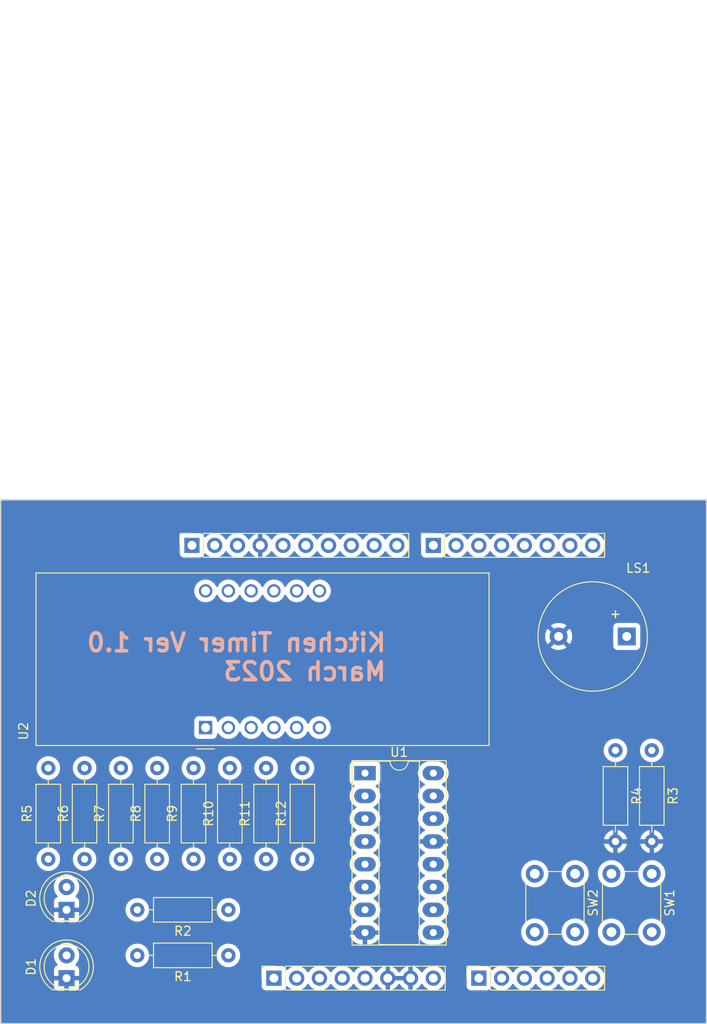
<source format=kicad_pcb>
(kicad_pcb (version 20221018) (generator pcbnew)
  (title_block (date "mar. 31 mars 2015"))
  (layers (0 "F.Cu" signal) (31 "B.Cu" power) (34 "B.Paste" user) (35 "F.Paste" user) (36 "B.SilkS" user "B.Silkscreen") (37 "F.SilkS" user "F.Silkscreen") (38 "B.Mask" user) (39 "F.Mask" user) (44 "Edge.Cuts" user))
  (net 0 "")
  (net 1 "GND")
  (net 3 "+5V")
  (net 4 "/IOREF")
  (net 5 "/A0")
  (net 6 "/A1")
  (net 7 "/A2")
  (net 8 "/A3")
  (net 9 "/SDA{slash}A4")
  (net 10 "/SCL{slash}A5")
  (net 14 "Dig 1")
  (net 15 "Dig 2")
  (net 16 "Dig 3")
  (net 17 "Dig 4")
  (net 18 "DS")
  (net 19 "ST_CP")
  (net 20 "SH_CP")
  (net 21 "/TX{slash}1")
  (net 22 "Buzzer")
  (net 23 "/RX{slash}0")
  (net 24 "+3V3")
  (net 25 "VCC")
  (net 26 "/~{RESET}")
  (net 27 "Net-(D1-A)")
  (net 28 "Net-(D2-A)")
  (net 29 "RED_LED")
  (net 30 "GREEB_LED")
  (net 31 "Button_1")
  (net 32 "Button_2")
  (net 33 "a")
  (net 34 "Net-(U2-a)")
  (net 35 "b")
  (net 36 "Net-(U2-b)")
  (net 37 "c")
  (net 38 "Net-(U2-c)")
  (net 39 "d")
  (net 40 "Net-(U2-d)")
  (net 41 "e")
  (net 42 "Net-(U2-e)")
  (net 43 "f")
  (net 44 "Net-(U2-f)")
  (net 45 "g")
  (net 46 "Net-(U2-g)")
  (net 47 "dp")
  (net 48 "Net-(U2-DPX)")
  (footprint "Connector_PinSocket_2.54mm:PinSocket_1x08_P2.54mm_Vertical" (layer "F.Cu") (at 127.94 97.46 90)
    (fp_text reference "J1" hide)
    (fp_text value "Power")
    (fp_line (start -1.33 1.27) (end -1.33 19.11) (stroke (width 0.12)) (layer "F.SilkS"))
    (fp_line (start -1.33 1.27) (end 1.33 1.27) (stroke (width 0.12)) (layer "F.SilkS"))
    (fp_line (start -1.33 19.11) (end 1.33 19.11) (stroke (width 0.12)) (layer "F.SilkS"))
    (fp_line (start 0 -1.33) (end 1.33 -1.33) (stroke (width 0.12)) (layer "F.SilkS"))
    (fp_line (start 1.33 -1.33) (end 1.33 0) (stroke (width 0.12)) (layer "F.SilkS"))
    (fp_line (start 1.33 1.27) (end 1.33 19.11) (stroke (width 0.12)) (layer "F.SilkS"))
    (pad "1" thru_hole rect locked (at 0 0 90) (size 1.7 1.7) (drill 1) (layers "*.Cu" "*.Mask"))
    (pad "2" thru_hole oval locked (at 0 2.54 90) (size 1.7 1.7) (drill 1) (layers "*.Cu" "*.Mask") (net 4 "/IOREF"))
    (pad "3" thru_hole oval locked (at 0 5.08 90) (size 1.7 1.7) (drill 1) (layers "*.Cu" "*.Mask") (net 26 "/~{RESET}"))
    (pad "4" thru_hole oval locked (at 0 7.62 90) (size 1.7 1.7) (drill 1) (layers "*.Cu" "*.Mask") (net 24 "+3V3"))
    (pad "5" thru_hole oval locked (at 0 10.16 90) (size 1.7 1.7) (drill 1) (layers "*.Cu" "*.Mask") (net 3 "+5V"))
    (pad "6" thru_hole oval locked (at 0 12.7 90) (size 1.7 1.7) (drill 1) (layers "*.Cu" "*.Mask") (net 1 "GND"))
    (pad "7" thru_hole oval locked (at 0 15.24 90) (size 1.7 1.7) (drill 1) (layers "*.Cu" "*.Mask") (net 1 "GND"))
    (pad "8" thru_hole oval locked (at 0 17.78 90) (size 1.7 1.7) (drill 1) (layers "*.Cu" "*.Mask") (net 25 "VCC"))
  )
  (footprint "Connector_PinSocket_2.54mm:PinSocket_1x06_P2.54mm_Vertical" (layer "F.Cu") (at 150.8 97.46 90)
    (fp_text reference "J3" hide)
    (fp_text value "Analog")
    (fp_line (start -1.33 1.27) (end -1.33 14.03) (stroke (width 0.12)) (layer "F.SilkS"))
    (fp_line (start -1.33 1.27) (end 1.33 1.27) (stroke (width 0.12)) (layer "F.SilkS"))
    (fp_line (start -1.33 14.03) (end 1.33 14.03) (stroke (width 0.12)) (layer "F.SilkS"))
    (fp_line (start 0 -1.33) (end 1.33 -1.33) (stroke (width 0.12)) (layer "F.SilkS"))
    (fp_line (start 1.33 -1.33) (end 1.33 0) (stroke (width 0.12)) (layer "F.SilkS"))
    (fp_line (start 1.33 1.27) (end 1.33 14.03) (stroke (width 0.12)) (layer "F.SilkS"))
    (pad "1" thru_hole rect locked (at 0 0 90) (size 1.7 1.7) (drill 1) (layers "*.Cu" "*.Mask") (net 5 "/A0"))
    (pad "2" thru_hole oval locked (at 0 2.54 90) (size 1.7 1.7) (drill 1) (layers "*.Cu" "*.Mask") (net 6 "/A1"))
    (pad "3" thru_hole oval locked (at 0 5.08 90) (size 1.7 1.7) (drill 1) (layers "*.Cu" "*.Mask") (net 7 "/A2"))
    (pad "4" thru_hole oval locked (at 0 7.62 90) (size 1.7 1.7) (drill 1) (layers "*.Cu" "*.Mask") (net 8 "/A3"))
    (pad "5" thru_hole oval locked (at 0 10.16 90) (size 1.7 1.7) (drill 1) (layers "*.Cu" "*.Mask") (net 9 "/SDA{slash}A4"))
    (pad "6" thru_hole oval locked (at 0 12.7 90) (size 1.7 1.7) (drill 1) (layers "*.Cu" "*.Mask") (net 10 "/SCL{slash}A5"))
  )
  (footprint "Connector_PinSocket_2.54mm:PinSocket_1x10_P2.54mm_Vertical" (layer "F.Cu") (at 118.796 49.2 90)
    (fp_text reference "J2" hide)
    (fp_text value "Digital/PWM")
    (fp_line (start -1.33 1.27) (end -1.33 24.19) (stroke (width 0.12)) (layer "F.SilkS"))
    (fp_line (start -1.33 1.27) (end 1.33 1.27) (stroke (width 0.12)) (layer "F.SilkS"))
    (fp_line (start -1.33 24.19) (end 1.33 24.19) (stroke (width 0.12)) (layer "F.SilkS"))
    (fp_line (start 0 -1.33) (end 1.33 -1.33) (stroke (width 0.12)) (layer "F.SilkS"))
    (fp_line (start 1.33 -1.33) (end 1.33 0) (stroke (width 0.12)) (layer "F.SilkS"))
    (fp_line (start 1.33 1.27) (end 1.33 24.19) (stroke (width 0.12)) (layer "F.SilkS"))
    (pad "1" thru_hole rect locked (at 0 0 90) (size 1.7 1.7) (drill 1) (layers "*.Cu" "*.Mask"))
    (pad "2" thru_hole oval locked (at 0 2.54 90) (size 1.7 1.7) (drill 1) (layers "*.Cu" "*.Mask"))
    (pad "3" thru_hole oval locked (at 0 5.08 90) (size 1.7 1.7) (drill 1) (layers "*.Cu" "*.Mask"))
    (pad "4" thru_hole oval locked (at 0 7.62 90) (size 1.7 1.7) (drill 1) (layers "*.Cu" "*.Mask") (net 1 "GND"))
    (pad "5" thru_hole oval locked (at 0 10.16 90) (size 1.7 1.7) (drill 1) (layers "*.Cu" "*.Mask") (net 14 "Dig 1"))
    (pad "6" thru_hole oval locked (at 0 12.7 90) (size 1.7 1.7) (drill 1) (layers "*.Cu" "*.Mask") (net 15 "Dig 2"))
    (pad "7" thru_hole oval locked (at 0 15.24 90) (size 1.7 1.7) (drill 1) (layers "*.Cu" "*.Mask") (net 16 "Dig 3"))
    (pad "8" thru_hole oval locked (at 0 17.78 90) (size 1.7 1.7) (drill 1) (layers "*.Cu" "*.Mask") (net 17 "Dig 4"))
    (pad "9" thru_hole oval locked (at 0 20.32 90) (size 1.7 1.7) (drill 1) (layers "*.Cu" "*.Mask") (net 18 "DS"))
    (pad "10" thru_hole oval locked (at 0 22.86 90) (size 1.7 1.7) (drill 1) (layers "*.Cu" "*.Mask") (net 19 "ST_CP"))
  )
  (footprint "Connector_PinSocket_2.54mm:PinSocket_1x08_P2.54mm_Vertical" (layer "F.Cu") (at 145.72 49.2 90)
    (fp_text reference "J4" hide)
    (fp_text value "Digital/PWM")
    (fp_line (start -1.33 1.27) (end -1.33 19.11) (stroke (width 0.12)) (layer "F.SilkS"))
    (fp_line (start -1.33 1.27) (end 1.33 1.27) (stroke (width 0.12)) (layer "F.SilkS"))
    (fp_line (start -1.33 19.11) (end 1.33 19.11) (stroke (width 0.12)) (layer "F.SilkS"))
    (fp_line (start 0 -1.33) (end 1.33 -1.33) (stroke (width 0.12)) (layer "F.SilkS"))
    (fp_line (start 1.33 -1.33) (end 1.33 0) (stroke (width 0.12)) (layer "F.SilkS"))
    (fp_line (start 1.33 1.27) (end 1.33 19.11) (stroke (width 0.12)) (layer "F.SilkS"))
    (pad "1" thru_hole rect locked (at 0 0 90) (size 1.7 1.7) (drill 1) (layers "*.Cu" "*.Mask") (net 20 "SH_CP"))
    (pad "2" thru_hole oval locked (at 0 2.54 90) (size 1.7 1.7) (drill 1) (layers "*.Cu" "*.Mask") (net 22 "Buzzer"))
    (pad "3" thru_hole oval locked (at 0 5.08 90) (size 1.7 1.7) (drill 1) (layers "*.Cu" "*.Mask") (net 29 "RED_LED"))
    (pad "4" thru_hole oval locked (at 0 7.62 90) (size 1.7 1.7) (drill 1) (layers "*.Cu" "*.Mask") (net 30 "GREEB_LED"))
    (pad "5" thru_hole oval locked (at 0 10.16 90) (size 1.7 1.7) (drill 1) (layers "*.Cu" "*.Mask") (net 31 "Button_1"))
    (pad "6" thru_hole oval locked (at 0 12.7 90) (size 1.7 1.7) (drill 1) (layers "*.Cu" "*.Mask") (net 32 "Button_2"))
    (pad "7" thru_hole oval locked (at 0 15.24 90) (size 1.7 1.7) (drill 1) (layers "*.Cu" "*.Mask") (net 21 "/TX{slash}1"))
    (pad "8" thru_hole oval locked (at 0 17.78 90) (size 1.7 1.7) (drill 1) (layers "*.Cu" "*.Mask") (net 23 "/RX{slash}0"))
  )
  (footprint "Resistor_THT:R_Axial_DIN0207_L6.3mm_D2.5mm_P10.16mm_Horizontal" (layer "F.Cu") (at 131.12 84.19 90)
    (fp_text reference "R12" (at 5.08 -2.37 90) (layer "F.SilkS"))
    (fp_text value "100")
    (fp_line (start 1.04 0) (end 1.81 0) (stroke (width 0.12)) (layer "F.SilkS"))
    (fp_line (start 1.81 -1.37) (end 1.81 1.37) (stroke (width 0.12)) (layer "F.SilkS"))
    (fp_line (start 1.81 1.37) (end 8.35 1.37) (stroke (width 0.12)) (layer "F.SilkS"))
    (fp_line (start 8.35 -1.37) (end 1.81 -1.37) (stroke (width 0.12)) (layer "F.SilkS"))
    (fp_line (start 8.35 1.37) (end 8.35 -1.37) (stroke (width 0.12)) (layer "F.SilkS"))
    (fp_line (start 9.12 0) (end 8.35 0) (stroke (width 0.12)) (layer "F.SilkS"))
    (pad "1" thru_hole circle (at 0 0 90) (size 1.6 1.6) (drill 0.8) (layers "*.Cu" "*.Mask") (net 47 "dp"))
    (pad "2" thru_hole oval (at 10.16 0 90) (size 1.6 1.6) (drill 0.8) (layers "*.Cu" "*.Mask") (net 48 "Net-(U2-DPX)"))
  )
  (footprint "LED_THT:LED_D5.0mm" (layer "F.Cu") (at 104.81 97.46 90)
    (fp_text reference "D1" (at 1.27 -3.96 90) (layer "F.SilkS"))
    (fp_text value "LED")
    (fp_line (start -1.29 -1.545) (end -1.29 1.545) (stroke (width 0.12)) (layer "F.SilkS"))
    (fp_arc (start -1.29 -1.54483) (mid 2.072002 -2.880433) (end 4.26 0.000462) (stroke (width 0.12)) (layer "F.SilkS"))
    (fp_arc (start 4.26 -0.000462) (mid 2.072002 2.880433) (end -1.29 1.54483) (stroke (width 0.12)) (layer "F.SilkS"))
    (fp_circle (center 1.27 0) (end 3.77 0) (stroke (width 0.12)) (fill none) (layer "F.SilkS"))
    (pad "1" thru_hole rect (at 0 0 90) (size 1.8 1.8) (drill 0.9) (layers "*.Cu" "*.Mask") (net 1 "GND"))
    (pad "2" thru_hole circle (at 2.54 0 90) (size 1.8 1.8) (drill 0.9) (layers "*.Cu" "*.Mask") (net 27 "Net-(D1-A)"))
  )
  (footprint "Resistor_THT:R_Axial_DIN0207_L6.3mm_D2.5mm_P10.16mm_Horizontal" (layer "F.Cu") (at 127.07 84.19 90)
    (fp_text reference "R11" (at 5.08 -2.37 90) (layer "F.SilkS"))
    (fp_text value "100")
    (fp_line (start 1.04 0) (end 1.81 0) (stroke (width 0.12)) (layer "F.SilkS"))
    (fp_line (start 1.81 -1.37) (end 1.81 1.37) (stroke (width 0.12)) (layer "F.SilkS"))
    (fp_line (start 1.81 1.37) (end 8.35 1.37) (stroke (width 0.12)) (layer "F.SilkS"))
    (fp_line (start 8.35 -1.37) (end 1.81 -1.37) (stroke (width 0.12)) (layer "F.SilkS"))
    (fp_line (start 8.35 1.37) (end 8.35 -1.37) (stroke (width 0.12)) (layer "F.SilkS"))
    (fp_line (start 9.12 0) (end 8.35 0) (stroke (width 0.12)) (layer "F.SilkS"))
    (pad "1" thru_hole circle (at 0 0 90) (size 1.6 1.6) (drill 0.8) (layers "*.Cu" "*.Mask") (net 45 "g"))
    (pad "2" thru_hole oval (at 10.16 0 90) (size 1.6 1.6) (drill 0.8) (layers "*.Cu" "*.Mask") (net 46 "Net-(U2-g)"))
  )
  (footprint "Resistor_THT:R_Axial_DIN0207_L6.3mm_D2.5mm_P10.16mm_Horizontal" (layer "F.Cu") (at 118.97 84.19 90)
    (fp_text reference "R9" (at 5.08 -2.37 90) (layer "F.SilkS"))
    (fp_text value "100")
    (fp_line (start 1.04 0) (end 1.81 0) (stroke (width 0.12)) (layer "F.SilkS"))
    (fp_line (start 1.81 -1.37) (end 1.81 1.37) (stroke (width 0.12)) (layer "F.SilkS"))
    (fp_line (start 1.81 1.37) (end 8.35 1.37) (stroke (width 0.12)) (layer "F.SilkS"))
    (fp_line (start 8.35 -1.37) (end 1.81 -1.37) (stroke (width 0.12)) (layer "F.SilkS"))
    (fp_line (start 8.35 1.37) (end 8.35 -1.37) (stroke (width 0.12)) (layer "F.SilkS"))
    (fp_line (start 9.12 0) (end 8.35 0) (stroke (width 0.12)) (layer "F.SilkS"))
    (pad "1" thru_hole circle (at 0 0 90) (size 1.6 1.6) (drill 0.8) (layers "*.Cu" "*.Mask") (net 41 "e"))
    (pad "2" thru_hole oval (at 10.16 0 90) (size 1.6 1.6) (drill 0.8) (layers "*.Cu" "*.Mask") (net 42 "Net-(U2-e)"))
  )
  (footprint "Resistor_THT:R_Axial_DIN0207_L6.3mm_D2.5mm_P10.16mm_Horizontal" (layer "F.Cu") (at 106.82 84.19 90)
    (fp_text reference "R6" (at 5.08 -2.37 90) (layer "F.SilkS"))
    (fp_text value "100")
    (fp_line (start 1.04 0) (end 1.81 0) (stroke (width 0.12)) (layer "F.SilkS"))
    (fp_line (start 1.81 -1.37) (end 1.81 1.37) (stroke (width 0.12)) (layer "F.SilkS"))
    (fp_line (start 1.81 1.37) (end 8.35 1.37) (stroke (width 0.12)) (layer "F.SilkS"))
    (fp_line (start 8.35 -1.37) (end 1.81 -1.37) (stroke (width 0.12)) (layer "F.SilkS"))
    (fp_line (start 8.35 1.37) (end 8.35 -1.37) (stroke (width 0.12)) (layer "F.SilkS"))
    (fp_line (start 9.12 0) (end 8.35 0) (stroke (width 0.12)) (layer "F.SilkS"))
    (pad "1" thru_hole circle (at 0 0 90) (size 1.6 1.6) (drill 0.8) (layers "*.Cu" "*.Mask") (net 35 "b"))
    (pad "2" thru_hole oval (at 10.16 0 90) (size 1.6 1.6) (drill 0.8) (layers "*.Cu" "*.Mask") (net 36 "Net-(U2-b)"))
  )
  (footprint "Button_Switch_THT:SW_PUSH_6mm_H5mm" (layer "F.Cu") (at 170.09 85.82 -90)
    (fp_text reference "SW1" (at 3.25 -2 90) (layer "F.SilkS"))
    (fp_text value "SW_Push")
    (fp_line (start -0.25 1.5) (end -0.25 3) (stroke (width 0.12)) (layer "F.SilkS"))
    (fp_line (start 1 5.5) (end 5.5 5.5) (stroke (width 0.12)) (layer "F.SilkS"))
    (fp_line (start 5.5 -1) (end 1 -1) (stroke (width 0.12)) (layer "F.SilkS"))
    (fp_line (start 6.75 3) (end 6.75 1.5) (stroke (width 0.12)) (layer "F.SilkS"))
    (pad "1" thru_hole circle (at 0 0) (size 2 2) (drill 1.1) (layers "*.Cu" "*.Mask") (net 3 "+5V"))
    (pad "1" thru_hole circle (at 6.5 0) (size 2 2) (drill 1.1) (layers "*.Cu" "*.Mask") (net 3 "+5V"))
    (pad "2" thru_hole circle (at 0 4.5) (size 2 2) (drill 1.1) (layers "*.Cu" "*.Mask") (net 31 "Button_1"))
    (pad "2" thru_hole circle (at 6.5 4.5) (size 2 2) (drill 1.1) (layers "*.Cu" "*.Mask") (net 31 "Button_1"))
  )
  (footprint "Display_7Segment:CA56-12EWA" (layer "F.Cu") (at 120.32 69.52 90)
    (fp_text reference "U2" (at -0.4 -20.31 90) (layer "F.SilkS"))
    (fp_text value "CA56-12EWA")
    (fp_line (start -2.38 -1) (end -2.38 1) (stroke (width 0.12)) (layer "F.SilkS"))
    (fp_line (start -2 -18.92) (end -2 31.62) (stroke (width 0.12)) (layer "F.SilkS"))
    (fp_line (start -2 -18.92) (end 17.24 -18.92) (stroke (width 0.12)) (layer "F.SilkS"))
    (fp_line (start -2 31.62) (end 17.24 31.62) (stroke (width 0.12)) (layer "F.SilkS"))
    (fp_line (start 17.24 31.62) (end 17.24 -18.92) (stroke (width 0.12)) (layer "F.SilkS"))
    (pad "1" thru_hole rect (at 0 0 90) (size 1.5 1.5) (drill 1) (layers "*.Cu" "*.Mask") (net 42 "Net-(U2-e)"))
    (pad "2" thru_hole circle (at 0 2.54 90) (size 1.5 1.5) (drill 1) (layers "*.Cu" "*.Mask") (net 40 "Net-(U2-d)"))
    (pad "3" thru_hole circle (at 0 5.08 90) (size 1.5 1.5) (drill 1) (layers "*.Cu" "*.Mask") (net 48 "Net-(U2-DPX)"))
    (pad "4" thru_hole circle (at 0 7.62 90) (size 1.5 1.5) (drill 1) (layers "*.Cu" "*.Mask") (net 38 "Net-(U2-c)"))
    (pad "5" thru_hole circle (at 0 10.16 90) (size 1.5 1.5) (drill 1) (layers "*.Cu" "*.Mask") (net 46 "Net-(U2-g)"))
    (pad "6" thru_hole circle (at 0 12.7 90) (size 1.5 1.5) (drill 1) (layers "*.Cu" "*.Mask") (net 17 "Dig 4"))
    (pad "7" thru_hole circle (at 15.24 12.7 90) (size 1.5 1.5) (drill 1) (layers "*.Cu" "*.Mask") (net 36 "Net-(U2-b)"))
    (pad "8" thru_hole circle (at 15.24 10.16 90) (size 1.5 1.5) (drill 1) (layers "*.Cu" "*.Mask") (net 16 "Dig 3"))
    (pad "9" thru_hole circle (at 15.24 7.62 90) (size 1.5 1.5) (drill 1) (layers "*.Cu" "*.Mask") (net 15 "Dig 2"))
    (pad "10" thru_hole circle (at 15.24 5.08 90) (size 1.5 1.5) (drill 1) (layers "*.Cu" "*.Mask") (net 44 "Net-(U2-f)"))
    (pad "11" thru_hole circle (at 15.24 2.54 90) (size 1.5 1.5) (drill 1) (layers "*.Cu" "*.Mask") (net 34 "Net-(U2-a)"))
    (pad "12" thru_hole circle (at 15.24 0 90) (size 1.5 1.5) (drill 1) (layers "*.Cu" "*.Mask") (net 14 "Dig 1"))
  )
  (footprint "Resistor_THT:R_Axial_DIN0207_L6.3mm_D2.5mm_P10.16mm_Horizontal" (layer "F.Cu") (at 110.87 84.19 90)
    (fp_text reference "R7" (at 5.08 -2.37 90) (layer "F.SilkS"))
    (fp_text value "100")
    (fp_line (start 1.04 0) (end 1.81 0) (stroke (width 0.12)) (layer "F.SilkS"))
    (fp_line (start 1.81 -1.37) (end 1.81 1.37) (stroke (width 0.12)) (layer "F.SilkS"))
    (fp_line (start 1.81 1.37) (end 8.35 1.37) (stroke (width 0.12)) (layer "F.SilkS"))
    (fp_line (start 8.35 -1.37) (end 1.81 -1.37) (stroke (width 0.12)) (layer "F.SilkS"))
    (fp_line (start 8.35 1.37) (end 8.35 -1.37) (stroke (width 0.12)) (layer "F.SilkS"))
    (fp_line (start 9.12 0) (end 8.35 0) (stroke (width 0.12)) (layer "F.SilkS"))
    (pad "1" thru_hole circle (at 0 0 90) (size 1.6 1.6) (drill 0.8) (layers "*.Cu" "*.Mask") (net 37 "c"))
    (pad "2" thru_hole oval (at 10.16 0 90) (size 1.6 1.6) (drill 0.8) (layers "*.Cu" "*.Mask") (net 38 "Net-(U2-c)"))
  )
  (footprint "Resistor_THT:R_Axial_DIN0207_L6.3mm_D2.5mm_P10.16mm_Horizontal" (layer "F.Cu") (at 114.92 84.19 90)
    (fp_text reference "R8" (at 5.08 -2.37 90) (layer "F.SilkS"))
    (fp_text value "100")
    (fp_line (start 1.04 0) (end 1.81 0) (stroke (width 0.12)) (layer "F.SilkS"))
    (fp_line (start 1.81 -1.37) (end 1.81 1.37) (stroke (width 0.12)) (layer "F.SilkS"))
    (fp_line (start 1.81 1.37) (end 8.35 1.37) (stroke (width 0.12)) (layer "F.SilkS"))
    (fp_line (start 8.35 -1.37) (end 1.81 -1.37) (stroke (width 0.12)) (layer "F.SilkS"))
    (fp_line (start 8.35 1.37) (end 8.35 -1.37) (stroke (width 0.12)) (layer "F.SilkS"))
    (fp_line (start 9.12 0) (end 8.35 0) (stroke (width 0.12)) (layer "F.SilkS"))
    (pad "1" thru_hole circle (at 0 0 90) (size 1.6 1.6) (drill 0.8) (layers "*.Cu" "*.Mask") (net 39 "d"))
    (pad "2" thru_hole oval (at 10.16 0 90) (size 1.6 1.6) (drill 0.8) (layers "*.Cu" "*.Mask") (net 40 "Net-(U2-d)"))
  )
  (footprint "Resistor_THT:R_Axial_DIN0207_L6.3mm_D2.5mm_P10.16mm_Horizontal" (layer "F.Cu") (at 166.04 72.06 -90)
    (fp_text reference "R4" (at 5.08 -2.37 90) (layer "F.SilkS"))
    (fp_text value "10k")
    (fp_line (start 1.04 0) (end 1.81 0) (stroke (width 0.12)) (layer "F.SilkS"))
    (fp_line (start 1.81 -1.37) (end 1.81 1.37) (stroke (width 0.12)) (layer "F.SilkS"))
    (fp_line (start 1.81 1.37) (end 8.35 1.37) (stroke (width 0.12)) (layer "F.SilkS"))
    (fp_line (start 8.35 -1.37) (end 1.81 -1.37) (stroke (width 0.12)) (layer "F.SilkS"))
    (fp_line (start 8.35 1.37) (end 8.35 -1.37) (stroke (width 0.12)) (layer "F.SilkS"))
    (fp_line (start 9.12 0) (end 8.35 0) (stroke (width 0.12)) (layer "F.SilkS"))
    (pad "1" thru_hole circle (at 0 0 270) (size 1.6 1.6) (drill 0.8) (layers "*.Cu" "*.Mask") (net 32 "Button_2"))
    (pad "2" thru_hole oval (at 10.16 0 270) (size 1.6 1.6) (drill 0.8) (layers "*.Cu" "*.Mask") (net 1 "GND"))
  )
  (footprint "LED_THT:LED_D5.0mm" (layer "F.Cu") (at 104.81 89.84 90)
    (fp_text reference "D2" (at 1.27 -3.96 90) (layer "F.SilkS"))
    (fp_text value "LED")
    (fp_line (start -1.29 -1.545) (end -1.29 1.545) (stroke (width 0.12)) (layer "F.SilkS"))
    (fp_arc (start -1.29 -1.54483) (mid 2.072002 -2.880433) (end 4.26 0.000462) (stroke (width 0.12)) (layer "F.SilkS"))
    (fp_arc (start 4.26 -0.000462) (mid 2.072002 2.880433) (end -1.29 1.54483) (stroke (width 0.12)) (layer "F.SilkS"))
    (fp_circle (center 1.27 0) (end 3.77 0) (stroke (width 0.12)) (fill none) (layer "F.SilkS"))
    (pad "1" thru_hole rect (at 0 0 90) (size 1.8 1.8) (drill 0.9) (layers "*.Cu" "*.Mask") (net 1 "GND"))
    (pad "2" thru_hole circle (at 2.54 0 90) (size 1.8 1.8) (drill 0.9) (layers "*.Cu" "*.Mask") (net 28 "Net-(D2-A)"))
  )
  (footprint "Resistor_THT:R_Axial_DIN0207_L6.3mm_D2.5mm_P10.16mm_Horizontal" (layer "F.Cu") (at 102.77 84.19 90)
    (fp_text reference "R5" (at 5.08 -2.37 90) (layer "F.SilkS"))
    (fp_text value "100")
    (fp_line (start 1.04 0) (end 1.81 0) (stroke (width 0.12)) (layer "F.SilkS"))
    (fp_line (start 1.81 -1.37) (end 1.81 1.37) (stroke (width 0.12)) (layer "F.SilkS"))
    (fp_line (start 1.81 1.37) (end 8.35 1.37) (stroke (width 0.12)) (layer "F.SilkS"))
    (fp_line (start 8.35 -1.37) (end 1.81 -1.37) (stroke (width 0.12)) (layer "F.SilkS"))
    (fp_line (start 8.35 1.37) (end 8.35 -1.37) (stroke (width 0.12)) (layer "F.SilkS"))
    (fp_line (start 9.12 0) (end 8.35 0) (stroke (width 0.12)) (layer "F.SilkS"))
    (pad "1" thru_hole circle (at 0 0 90) (size 1.6 1.6) (drill 0.8) (layers "*.Cu" "*.Mask") (net 33 "a"))
    (pad "2" thru_hole oval (at 10.16 0 90) (size 1.6 1.6) (drill 0.8) (layers "*.Cu" "*.Mask") (net 34 "Net-(U2-a)"))
  )
  (footprint "Button_Switch_THT:SW_PUSH_6mm_H5mm" (layer "F.Cu") (at 161.54 85.82 -90)
    (fp_text reference "SW2" (at 3.25 -2 90) (layer "F.SilkS"))
    (fp_text value "SW_Push")
    (fp_line (start -0.25 1.5) (end -0.25 3) (stroke (width 0.12)) (layer "F.SilkS"))
    (fp_line (start 1 5.5) (end 5.5 5.5) (stroke (width 0.12)) (layer "F.SilkS"))
    (fp_line (start 5.5 -1) (end 1 -1) (stroke (width 0.12)) (layer "F.SilkS"))
    (fp_line (start 6.75 3) (end 6.75 1.5) (stroke (width 0.12)) (layer "F.SilkS"))
    (pad "1" thru_hole circle (at 0 0) (size 2 2) (drill 1.1) (layers "*.Cu" "*.Mask") (net 3 "+5V"))
    (pad "1" thru_hole circle (at 6.5 0) (size 2 2) (drill 1.1) (layers "*.Cu" "*.Mask") (net 3 "+5V"))
    (pad "2" thru_hole circle (at 0 4.5) (size 2 2) (drill 1.1) (layers "*.Cu" "*.Mask") (net 32 "Button_2"))
    (pad "2" thru_hole circle (at 6.5 4.5) (size 2 2) (drill 1.1) (layers "*.Cu" "*.Mask") (net 32 "Button_2"))
  )
  (footprint "Package_DIP:DIP-16_W7.62mm_Socket_LongPads" (layer "F.Cu") (at 138.1 74.6)
    (fp_text reference "U1" (at 3.81 -2.33) (layer "F.SilkS"))
    (fp_text value "74AHC595")
    (fp_line (start -1.44 -1.39) (end -1.44 19.17) (stroke (width 0.12)) (layer "F.SilkS"))
    (fp_line (start -1.44 19.17) (end 9.06 19.17) (stroke (width 0.12)) (layer "F.SilkS"))
    (fp_line (start 1.56 -1.33) (end 1.56 19.11) (stroke (width 0.12)) (layer "F.SilkS"))
    (fp_line (start 1.56 19.11) (end 6.06 19.11) (stroke (width 0.12)) (layer "F.SilkS"))
    (fp_line (start 2.81 -1.33) (end 1.56 -1.33) (stroke (width 0.12)) (layer "F.SilkS"))
    (fp_line (start 6.06 -1.33) (end 4.81 -1.33) (stroke (width 0.12)) (layer "F.SilkS"))
    (fp_line (start 6.06 19.11) (end 6.06 -1.33) (stroke (width 0.12)) (layer "F.SilkS"))
    (fp_line (start 9.06 -1.39) (end -1.44 -1.39) (stroke (width 0.12)) (layer "F.SilkS"))
    (fp_line (start 9.06 19.17) (end 9.06 -1.39) (stroke (width 0.12)) (layer "F.SilkS"))
    (fp_arc (start 4.81 -1.33) (mid 3.81 -0.33) (end 2.81 -1.33) (stroke (width 0.12)) (layer "F.SilkS"))
    (pad "1" thru_hole rect (at 0 0) (size 2.4 1.6) (drill 0.8) (layers "*.Cu" "*.Mask") (net 35 "b"))
    (pad "2" thru_hole oval (at 0 2.54) (size 2.4 1.6) (drill 0.8) (layers "*.Cu" "*.Mask") (net 37 "c"))
    (pad "3" thru_hole oval (at 0 5.08) (size 2.4 1.6) (drill 0.8) (layers "*.Cu" "*.Mask") (net 39 "d"))
    (pad "4" thru_hole oval (at 0 7.62) (size 2.4 1.6) (drill 0.8) (layers "*.Cu" "*.Mask") (net 41 "e"))
    (pad "5" thru_hole oval (at 0 10.16) (size 2.4 1.6) (drill 0.8) (layers "*.Cu" "*.Mask") (net 43 "f"))
    (pad "6" thru_hole oval (at 0 12.7) (size 2.4 1.6) (drill 0.8) (layers "*.Cu" "*.Mask") (net 45 "g"))
    (pad "7" thru_hole oval (at 0 15.24) (size 2.4 1.6) (drill 0.8) (layers "*.Cu" "*.Mask") (net 47 "dp"))
    (pad "8" thru_hole oval (at 0 17.78) (size 2.4 1.6) (drill 0.8) (layers "*.Cu" "*.Mask") (net 1 "GND"))
    (pad "9" thru_hole oval (at 7.62 17.78) (size 2.4 1.6) (drill 0.8) (layers "*.Cu" "*.Mask"))
    (pad "10" thru_hole oval (at 7.62 15.24) (size 2.4 1.6) (drill 0.8) (layers "*.Cu" "*.Mask") (net 3 "+5V"))
    (pad "11" thru_hole oval (at 7.62 12.7) (size 2.4 1.6) (drill 0.8) (layers "*.Cu" "*.Mask") (net 20 "SH_CP"))
    (pad "12" thru_hole oval (at 7.62 10.16) (size 2.4 1.6) (drill 0.8) (layers "*.Cu" "*.Mask") (net 19 "ST_CP"))
    (pad "13" thru_hole oval (at 7.62 7.62) (size 2.4 1.6) (drill 0.8) (layers "*.Cu" "*.Mask") (net 1 "GND"))
    (pad "14" thru_hole oval (at 7.62 5.08) (size 2.4 1.6) (drill 0.8) (layers "*.Cu" "*.Mask") (net 18 "DS"))
    (pad "15" thru_hole oval (at 7.62 2.54) (size 2.4 1.6) (drill 0.8) (layers "*.Cu" "*.Mask") (net 33 "a"))
    (pad "16" thru_hole oval (at 7.62 0) (size 2.4 1.6) (drill 0.8) (layers "*.Cu" "*.Mask") (net 3 "+5V"))
  )
  (footprint "Resistor_THT:R_Axial_DIN0207_L6.3mm_D2.5mm_P10.16mm_Horizontal" (layer "F.Cu") (at 122.86 89.84 180)
    (fp_text reference "R2" (at 5.08 -2.37) (layer "F.SilkS"))
    (fp_text value "330")
    (fp_line (start 1.04 0) (end 1.81 0) (stroke (width 0.12)) (layer "F.SilkS"))
    (fp_line (start 1.81 -1.37) (end 1.81 1.37) (stroke (width 0.12)) (layer "F.SilkS"))
    (fp_line (start 1.81 1.37) (end 8.35 1.37) (stroke (width 0.12)) (layer "F.SilkS"))
    (fp_line (start 8.35 -1.37) (end 1.81 -1.37) (stroke (width 0.12)) (layer "F.SilkS"))
    (fp_line (start 8.35 1.37) (end 8.35 -1.37) (stroke (width 0.12)) (layer "F.SilkS"))
    (fp_line (start 9.12 0) (end 8.35 0) (stroke (width 0.12)) (layer "F.SilkS"))
    (pad "1" thru_hole circle (at 0 0 180) (size 1.6 1.6) (drill 0.8) (layers "*.Cu" "*.Mask") (net 29 "RED_LED"))
    (pad "2" thru_hole oval (at 10.16 0 180) (size 1.6 1.6) (drill 0.8) (layers "*.Cu" "*.Mask") (net 28 "Net-(D2-A)"))
  )
  (footprint "Resistor_THT:R_Axial_DIN0207_L6.3mm_D2.5mm_P10.16mm_Horizontal" (layer "F.Cu") (at 122.86 94.92 180)
    (fp_text reference "R1" (at 5.08 -2.37) (layer "F.SilkS"))
    (fp_text value "330")
    (fp_line (start 1.04 0) (end 1.81 0) (stroke (width 0.12)) (layer "F.SilkS"))
    (fp_line (start 1.81 -1.37) (end 1.81 1.37) (stroke (width 0.12)) (layer "F.SilkS"))
    (fp_line (start 1.81 1.37) (end 8.35 1.37) (stroke (width 0.12)) (layer "F.SilkS"))
    (fp_line (start 8.35 -1.37) (end 1.81 -1.37) (stroke (width 0.12)) (layer "F.SilkS"))
    (fp_line (start 8.35 1.37) (end 8.35 -1.37) (stroke (width 0.12)) (layer "F.SilkS"))
    (fp_line (start 9.12 0) (end 8.35 0) (stroke (width 0.12)) (layer "F.SilkS"))
    (pad "1" thru_hole circle (at 0 0 180) (size 1.6 1.6) (drill 0.8) (layers "*.Cu" "*.Mask") (net 30 "GREEB_LED"))
    (pad "2" thru_hole oval (at 10.16 0 180) (size 1.6 1.6) (drill 0.8) (layers "*.Cu" "*.Mask") (net 27 "Net-(D1-A)"))
  )
  (footprint "Resistor_THT:R_Axial_DIN0207_L6.3mm_D2.5mm_P10.16mm_Horizontal" (layer "F.Cu") (at 123.02 84.19 90)
    (fp_text reference "R10" (at 5.08 -2.37 90) (layer "F.SilkS"))
    (fp_text value "100")
    (fp_line (start 1.04 0) (end 1.81 0) (stroke (width 0.12)) (layer "F.SilkS"))
    (fp_line (start 1.81 -1.37) (end 1.81 1.37) (stroke (width 0.12)) (layer "F.SilkS"))
    (fp_line (start 1.81 1.37) (end 8.35 1.37) (stroke (width 0.12)) (layer "F.SilkS"))
    (fp_line (start 8.35 -1.37) (end 1.81 -1.37) (stroke (width 0.12)) (layer "F.SilkS"))
    (fp_line (start 8.35 1.37) (end 8.35 -1.37) (stroke (width 0.12)) (layer "F.SilkS"))
    (fp_line (start 9.12 0) (end 8.35 0) (stroke (width 0.12)) (layer "F.SilkS"))
    (pad "1" thru_hole circle (at 0 0 90) (size 1.6 1.6) (drill 0.8) (layers "*.Cu" "*.Mask") (net 43 "f"))
    (pad "2" thru_hole oval (at 10.16 0 90) (size 1.6 1.6) (drill 0.8) (layers "*.Cu" "*.Mask") (net 44 "Net-(U2-f)"))
  )
  (footprint "Buzzer_Beeper:Buzzer_12x9.5RM7.6" (layer "F.Cu") (at 167.3 59.36 180)
    (fp_text reference "LS1" (at -1.28 7.62) (layer "F.SilkS"))
    (fp_text value "Speaker")
    (fp_text user "+" (at 1.26 2.54) (layer "F.SilkS"))
    (fp_circle (center 3.8 0) (end 9.9 0) (stroke (width 0.12)) (fill none) (layer "F.SilkS"))
    (pad "1" thru_hole rect (at 0 0 180) (size 2 2) (drill 1) (layers "*.Cu" "*.Mask") (net 22 "Buzzer"))
    (pad "2" thru_hole circle (at 7.6 0 180) (size 2 2) (drill 1) (layers "*.Cu" "*.Mask") (net 1 "GND"))
  )
  (footprint "Resistor_THT:R_Axial_DIN0207_L6.3mm_D2.5mm_P10.16mm_Horizontal" (layer "F.Cu") (at 170.09 72.06 -90)
    (fp_text reference "R3" (at 5.08 -2.37 90) (layer "F.SilkS"))
    (fp_text value "10k")
    (fp_line (start 1.04 0) (end 1.81 0) (stroke (width 0.12)) (layer "F.SilkS"))
    (fp_line (start 1.81 -1.37) (end 1.81 1.37) (stroke (width 0.12)) (layer "F.SilkS"))
    (fp_line (start 1.81 1.37) (end 8.35 1.37) (stroke (width 0.12)) (layer "F.SilkS"))
    (fp_line (start 8.35 -1.37) (end 1.81 -1.37) (stroke (width 0.12)) (layer "F.SilkS"))
    (fp_line (start 8.35 1.37) (end 8.35 -1.37) (stroke (width 0.12)) (layer "F.SilkS"))
    (fp_line (start 9.12 0) (end 8.35 0) (stroke (width 0.12)) (layer "F.SilkS"))
    (pad "1" thru_hole circle (at 0 0 270) (size 1.6 1.6) (drill 0.8) (layers "*.Cu" "*.Mask") (net 31 "Button_1"))
    (pad "2" thru_hole oval (at 10.16 0 270) (size 1.6 1.6) (drill 0.8) (layers "*.Cu" "*.Mask") (net 1 "GND"))
  )
  (gr_rect (start 97.46 44.12) (end 176.2 102.54) (stroke (width 0.15)) (fill none) (layer "Edge.Cuts"))
  (gr_text "Kitchen Timer Ver 1.0\nMarch 2023" (at 140.64 64.44) (layer "B.SilkS") (effects (font (size 2 2) (thickness 0.4) bold) (justify left bottom mirror)))
  (zone (net 1) (net_name "GND") (layer "B.Cu") (connect_pads (clearance 0.508)) (min_thickness 0.25) (fill yes (thermal_gap 0.5) (thermal_bridge_width 0.5))
    (polygon (pts (xy 97.46 44.12) (xy 176.2 44.12) (xy 176.2 102.54) (xy 97.46 102.54)))
  )
)
</source>
